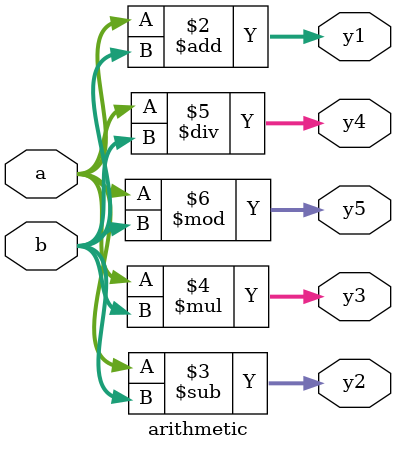
<source format=v>
module arithmetic(
  input [7:0]a,b,
  output reg [7:0]y1,y2,y3,y4,y5);
  always @(*) begin
    y1=a+b;
    y2=a-b;
    y3=a*b;
    y4=a/b;
    y5=a%b;
  end
endmodule

</source>
